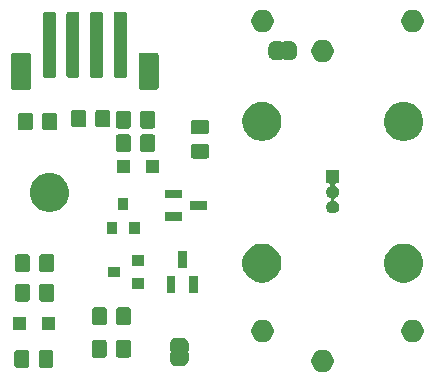
<source format=gbr>
G04 #@! TF.GenerationSoftware,KiCad,Pcbnew,(5.1.0)-1*
G04 #@! TF.CreationDate,2020-03-11T19:31:42+00:00*
G04 #@! TF.ProjectId,Line Generator,4c696e65-2047-4656-9e65-7261746f722e,rev?*
G04 #@! TF.SameCoordinates,Original*
G04 #@! TF.FileFunction,Soldermask,Top*
G04 #@! TF.FilePolarity,Negative*
%FSLAX46Y46*%
G04 Gerber Fmt 4.6, Leading zero omitted, Abs format (unit mm)*
G04 Created by KiCad (PCBNEW (5.1.0)-1) date 2020-03-11 19:31:42*
%MOMM*%
%LPD*%
G04 APERTURE LIST*
%ADD10C,0.100000*%
G04 APERTURE END LIST*
D10*
G36*
X229407395Y-98375546D02*
G01*
X229580466Y-98447234D01*
X229580467Y-98447235D01*
X229736227Y-98551310D01*
X229868690Y-98683773D01*
X229868691Y-98683775D01*
X229972766Y-98839534D01*
X230044454Y-99012605D01*
X230081000Y-99196333D01*
X230081000Y-99383667D01*
X230044454Y-99567395D01*
X229972766Y-99740466D01*
X229972765Y-99740467D01*
X229868690Y-99896227D01*
X229736227Y-100028690D01*
X229657818Y-100081081D01*
X229580466Y-100132766D01*
X229407395Y-100204454D01*
X229223667Y-100241000D01*
X229036333Y-100241000D01*
X228852605Y-100204454D01*
X228679534Y-100132766D01*
X228602182Y-100081081D01*
X228523773Y-100028690D01*
X228391310Y-99896227D01*
X228287235Y-99740467D01*
X228287234Y-99740466D01*
X228215546Y-99567395D01*
X228179000Y-99383667D01*
X228179000Y-99196333D01*
X228215546Y-99012605D01*
X228287234Y-98839534D01*
X228391309Y-98683775D01*
X228391310Y-98683773D01*
X228523773Y-98551310D01*
X228679533Y-98447235D01*
X228679534Y-98447234D01*
X228852605Y-98375546D01*
X229036333Y-98339000D01*
X229223667Y-98339000D01*
X229407395Y-98375546D01*
X229407395Y-98375546D01*
G37*
G36*
X206188674Y-98353465D02*
G01*
X206226367Y-98364899D01*
X206261103Y-98383466D01*
X206291548Y-98408452D01*
X206316534Y-98438897D01*
X206335101Y-98473633D01*
X206346535Y-98511326D01*
X206351000Y-98556661D01*
X206351000Y-99643339D01*
X206346535Y-99688674D01*
X206335101Y-99726367D01*
X206316534Y-99761103D01*
X206291548Y-99791548D01*
X206261103Y-99816534D01*
X206226367Y-99835101D01*
X206188674Y-99846535D01*
X206143339Y-99851000D01*
X205306661Y-99851000D01*
X205261326Y-99846535D01*
X205223633Y-99835101D01*
X205188897Y-99816534D01*
X205158452Y-99791548D01*
X205133466Y-99761103D01*
X205114899Y-99726367D01*
X205103465Y-99688674D01*
X205099000Y-99643339D01*
X205099000Y-98556661D01*
X205103465Y-98511326D01*
X205114899Y-98473633D01*
X205133466Y-98438897D01*
X205158452Y-98408452D01*
X205188897Y-98383466D01*
X205223633Y-98364899D01*
X205261326Y-98353465D01*
X205306661Y-98349000D01*
X206143339Y-98349000D01*
X206188674Y-98353465D01*
X206188674Y-98353465D01*
G37*
G36*
X204138674Y-98353465D02*
G01*
X204176367Y-98364899D01*
X204211103Y-98383466D01*
X204241548Y-98408452D01*
X204266534Y-98438897D01*
X204285101Y-98473633D01*
X204296535Y-98511326D01*
X204301000Y-98556661D01*
X204301000Y-99643339D01*
X204296535Y-99688674D01*
X204285101Y-99726367D01*
X204266534Y-99761103D01*
X204241548Y-99791548D01*
X204211103Y-99816534D01*
X204176367Y-99835101D01*
X204138674Y-99846535D01*
X204093339Y-99851000D01*
X203256661Y-99851000D01*
X203211326Y-99846535D01*
X203173633Y-99835101D01*
X203138897Y-99816534D01*
X203108452Y-99791548D01*
X203083466Y-99761103D01*
X203064899Y-99726367D01*
X203053465Y-99688674D01*
X203049000Y-99643339D01*
X203049000Y-98556661D01*
X203053465Y-98511326D01*
X203064899Y-98473633D01*
X203083466Y-98438897D01*
X203108452Y-98408452D01*
X203138897Y-98383466D01*
X203173633Y-98364899D01*
X203211326Y-98353465D01*
X203256661Y-98349000D01*
X204093339Y-98349000D01*
X204138674Y-98353465D01*
X204138674Y-98353465D01*
G37*
G36*
X217262199Y-97299954D02*
G01*
X217274450Y-97300556D01*
X217292869Y-97300556D01*
X217315149Y-97302750D01*
X217399233Y-97319476D01*
X217420660Y-97325976D01*
X217499858Y-97358780D01*
X217505303Y-97361691D01*
X217505309Y-97361693D01*
X217514169Y-97366429D01*
X217514173Y-97366432D01*
X217519614Y-97369340D01*
X217590899Y-97416971D01*
X217608204Y-97431172D01*
X217668828Y-97491796D01*
X217683029Y-97509101D01*
X217730660Y-97580386D01*
X217733568Y-97585827D01*
X217733571Y-97585831D01*
X217738307Y-97594691D01*
X217738309Y-97594697D01*
X217741220Y-97600142D01*
X217774024Y-97679340D01*
X217780524Y-97700767D01*
X217797250Y-97784851D01*
X217799444Y-97807131D01*
X217799444Y-97825550D01*
X217800046Y-97837801D01*
X217801852Y-97856139D01*
X217801852Y-98343860D01*
X217800263Y-98359999D01*
X217797348Y-98369608D01*
X217792610Y-98378472D01*
X217786237Y-98386237D01*
X217773794Y-98396448D01*
X217763425Y-98403378D01*
X217746098Y-98420705D01*
X217732485Y-98441080D01*
X217723109Y-98463720D01*
X217718329Y-98487753D01*
X217718330Y-98512257D01*
X217723112Y-98536290D01*
X217732490Y-98558929D01*
X217746105Y-98579302D01*
X217763432Y-98596629D01*
X217773802Y-98603558D01*
X217786237Y-98613763D01*
X217792610Y-98621528D01*
X217797348Y-98630392D01*
X217800263Y-98640001D01*
X217801852Y-98656140D01*
X217801852Y-99143862D01*
X217800046Y-99162199D01*
X217799444Y-99174450D01*
X217799444Y-99192869D01*
X217797250Y-99215149D01*
X217780524Y-99299233D01*
X217774024Y-99320660D01*
X217741220Y-99399858D01*
X217738309Y-99405303D01*
X217738307Y-99405309D01*
X217733571Y-99414169D01*
X217733568Y-99414173D01*
X217730660Y-99419614D01*
X217683029Y-99490899D01*
X217668828Y-99508204D01*
X217608204Y-99568828D01*
X217590899Y-99583029D01*
X217519614Y-99630660D01*
X217514173Y-99633568D01*
X217514169Y-99633571D01*
X217505309Y-99638307D01*
X217505303Y-99638309D01*
X217499858Y-99641220D01*
X217420660Y-99674024D01*
X217399233Y-99680524D01*
X217315149Y-99697250D01*
X217292869Y-99699444D01*
X217274450Y-99699444D01*
X217262199Y-99700046D01*
X217243862Y-99701852D01*
X216756138Y-99701852D01*
X216737801Y-99700046D01*
X216725550Y-99699444D01*
X216707131Y-99699444D01*
X216684851Y-99697250D01*
X216600767Y-99680524D01*
X216579340Y-99674024D01*
X216500142Y-99641220D01*
X216494697Y-99638309D01*
X216494691Y-99638307D01*
X216485831Y-99633571D01*
X216485827Y-99633568D01*
X216480386Y-99630660D01*
X216409101Y-99583029D01*
X216391796Y-99568828D01*
X216331172Y-99508204D01*
X216316971Y-99490899D01*
X216269340Y-99419614D01*
X216266432Y-99414173D01*
X216266429Y-99414169D01*
X216261693Y-99405309D01*
X216261691Y-99405303D01*
X216258780Y-99399858D01*
X216225976Y-99320660D01*
X216219476Y-99299233D01*
X216202750Y-99215149D01*
X216200556Y-99192869D01*
X216200556Y-99174450D01*
X216199954Y-99162199D01*
X216198148Y-99143862D01*
X216198148Y-98656140D01*
X216199737Y-98640001D01*
X216202652Y-98630392D01*
X216207390Y-98621528D01*
X216213763Y-98613763D01*
X216226206Y-98603552D01*
X216236575Y-98596622D01*
X216253902Y-98579295D01*
X216267515Y-98558920D01*
X216276891Y-98536280D01*
X216281671Y-98512247D01*
X216281670Y-98487743D01*
X216276888Y-98463710D01*
X216267510Y-98441071D01*
X216253895Y-98420698D01*
X216236568Y-98403371D01*
X216226198Y-98396442D01*
X216213763Y-98386237D01*
X216207390Y-98378472D01*
X216202652Y-98369608D01*
X216199737Y-98359999D01*
X216198148Y-98343860D01*
X216198148Y-97856139D01*
X216199954Y-97837801D01*
X216200556Y-97825550D01*
X216200556Y-97807131D01*
X216202750Y-97784851D01*
X216219476Y-97700767D01*
X216225976Y-97679340D01*
X216258780Y-97600142D01*
X216261691Y-97594697D01*
X216261693Y-97594691D01*
X216266429Y-97585831D01*
X216266432Y-97585827D01*
X216269340Y-97580386D01*
X216316971Y-97509101D01*
X216331172Y-97491796D01*
X216391796Y-97431172D01*
X216409101Y-97416971D01*
X216480386Y-97369340D01*
X216485827Y-97366432D01*
X216485831Y-97366429D01*
X216494691Y-97361693D01*
X216494697Y-97361691D01*
X216500142Y-97358780D01*
X216579340Y-97325976D01*
X216600767Y-97319476D01*
X216684851Y-97302750D01*
X216707131Y-97300556D01*
X216725550Y-97300556D01*
X216737801Y-97299954D01*
X216756139Y-97298148D01*
X217243861Y-97298148D01*
X217262199Y-97299954D01*
X217262199Y-97299954D01*
G37*
G36*
X210688674Y-97503465D02*
G01*
X210726367Y-97514899D01*
X210761103Y-97533466D01*
X210791548Y-97558452D01*
X210816534Y-97588897D01*
X210835101Y-97623633D01*
X210846535Y-97661326D01*
X210851000Y-97706661D01*
X210851000Y-98793339D01*
X210846535Y-98838674D01*
X210835101Y-98876367D01*
X210816534Y-98911103D01*
X210791548Y-98941548D01*
X210761103Y-98966534D01*
X210726367Y-98985101D01*
X210688674Y-98996535D01*
X210643339Y-99001000D01*
X209806661Y-99001000D01*
X209761326Y-98996535D01*
X209723633Y-98985101D01*
X209688897Y-98966534D01*
X209658452Y-98941548D01*
X209633466Y-98911103D01*
X209614899Y-98876367D01*
X209603465Y-98838674D01*
X209599000Y-98793339D01*
X209599000Y-97706661D01*
X209603465Y-97661326D01*
X209614899Y-97623633D01*
X209633466Y-97588897D01*
X209658452Y-97558452D01*
X209688897Y-97533466D01*
X209723633Y-97514899D01*
X209761326Y-97503465D01*
X209806661Y-97499000D01*
X210643339Y-97499000D01*
X210688674Y-97503465D01*
X210688674Y-97503465D01*
G37*
G36*
X212738674Y-97503465D02*
G01*
X212776367Y-97514899D01*
X212811103Y-97533466D01*
X212841548Y-97558452D01*
X212866534Y-97588897D01*
X212885101Y-97623633D01*
X212896535Y-97661326D01*
X212901000Y-97706661D01*
X212901000Y-98793339D01*
X212896535Y-98838674D01*
X212885101Y-98876367D01*
X212866534Y-98911103D01*
X212841548Y-98941548D01*
X212811103Y-98966534D01*
X212776367Y-98985101D01*
X212738674Y-98996535D01*
X212693339Y-99001000D01*
X211856661Y-99001000D01*
X211811326Y-98996535D01*
X211773633Y-98985101D01*
X211738897Y-98966534D01*
X211708452Y-98941548D01*
X211683466Y-98911103D01*
X211664899Y-98876367D01*
X211653465Y-98838674D01*
X211649000Y-98793339D01*
X211649000Y-97706661D01*
X211653465Y-97661326D01*
X211664899Y-97623633D01*
X211683466Y-97588897D01*
X211708452Y-97558452D01*
X211738897Y-97533466D01*
X211773633Y-97514899D01*
X211811326Y-97503465D01*
X211856661Y-97499000D01*
X212693339Y-97499000D01*
X212738674Y-97503465D01*
X212738674Y-97503465D01*
G37*
G36*
X237027395Y-95835546D02*
G01*
X237200466Y-95907234D01*
X237200467Y-95907235D01*
X237356227Y-96011310D01*
X237488690Y-96143773D01*
X237488691Y-96143775D01*
X237592766Y-96299534D01*
X237664454Y-96472605D01*
X237701000Y-96656333D01*
X237701000Y-96843667D01*
X237664454Y-97027395D01*
X237592766Y-97200466D01*
X237592765Y-97200467D01*
X237488690Y-97356227D01*
X237356227Y-97488690D01*
X237317002Y-97514899D01*
X237200466Y-97592766D01*
X237027395Y-97664454D01*
X236843667Y-97701000D01*
X236656333Y-97701000D01*
X236472605Y-97664454D01*
X236299534Y-97592766D01*
X236182998Y-97514899D01*
X236143773Y-97488690D01*
X236011310Y-97356227D01*
X235907235Y-97200467D01*
X235907234Y-97200466D01*
X235835546Y-97027395D01*
X235799000Y-96843667D01*
X235799000Y-96656333D01*
X235835546Y-96472605D01*
X235907234Y-96299534D01*
X236011309Y-96143775D01*
X236011310Y-96143773D01*
X236143773Y-96011310D01*
X236299533Y-95907235D01*
X236299534Y-95907234D01*
X236472605Y-95835546D01*
X236656333Y-95799000D01*
X236843667Y-95799000D01*
X237027395Y-95835546D01*
X237027395Y-95835546D01*
G37*
G36*
X224327395Y-95835546D02*
G01*
X224500466Y-95907234D01*
X224500467Y-95907235D01*
X224656227Y-96011310D01*
X224788690Y-96143773D01*
X224788691Y-96143775D01*
X224892766Y-96299534D01*
X224964454Y-96472605D01*
X225001000Y-96656333D01*
X225001000Y-96843667D01*
X224964454Y-97027395D01*
X224892766Y-97200466D01*
X224892765Y-97200467D01*
X224788690Y-97356227D01*
X224656227Y-97488690D01*
X224617002Y-97514899D01*
X224500466Y-97592766D01*
X224327395Y-97664454D01*
X224143667Y-97701000D01*
X223956333Y-97701000D01*
X223772605Y-97664454D01*
X223599534Y-97592766D01*
X223482998Y-97514899D01*
X223443773Y-97488690D01*
X223311310Y-97356227D01*
X223207235Y-97200467D01*
X223207234Y-97200466D01*
X223135546Y-97027395D01*
X223099000Y-96843667D01*
X223099000Y-96656333D01*
X223135546Y-96472605D01*
X223207234Y-96299534D01*
X223311309Y-96143775D01*
X223311310Y-96143773D01*
X223443773Y-96011310D01*
X223599533Y-95907235D01*
X223599534Y-95907234D01*
X223772605Y-95835546D01*
X223956333Y-95799000D01*
X224143667Y-95799000D01*
X224327395Y-95835546D01*
X224327395Y-95835546D01*
G37*
G36*
X204001000Y-96651000D02*
G01*
X202899000Y-96651000D01*
X202899000Y-95549000D01*
X204001000Y-95549000D01*
X204001000Y-96651000D01*
X204001000Y-96651000D01*
G37*
G36*
X206501000Y-96651000D02*
G01*
X205399000Y-96651000D01*
X205399000Y-95549000D01*
X206501000Y-95549000D01*
X206501000Y-96651000D01*
X206501000Y-96651000D01*
G37*
G36*
X210688674Y-94753465D02*
G01*
X210726367Y-94764899D01*
X210761103Y-94783466D01*
X210791548Y-94808452D01*
X210816534Y-94838897D01*
X210835101Y-94873633D01*
X210846535Y-94911326D01*
X210851000Y-94956661D01*
X210851000Y-96043339D01*
X210846535Y-96088674D01*
X210835101Y-96126367D01*
X210816534Y-96161103D01*
X210791548Y-96191548D01*
X210761103Y-96216534D01*
X210726367Y-96235101D01*
X210688674Y-96246535D01*
X210643339Y-96251000D01*
X209806661Y-96251000D01*
X209761326Y-96246535D01*
X209723633Y-96235101D01*
X209688897Y-96216534D01*
X209658452Y-96191548D01*
X209633466Y-96161103D01*
X209614899Y-96126367D01*
X209603465Y-96088674D01*
X209599000Y-96043339D01*
X209599000Y-94956661D01*
X209603465Y-94911326D01*
X209614899Y-94873633D01*
X209633466Y-94838897D01*
X209658452Y-94808452D01*
X209688897Y-94783466D01*
X209723633Y-94764899D01*
X209761326Y-94753465D01*
X209806661Y-94749000D01*
X210643339Y-94749000D01*
X210688674Y-94753465D01*
X210688674Y-94753465D01*
G37*
G36*
X212738674Y-94753465D02*
G01*
X212776367Y-94764899D01*
X212811103Y-94783466D01*
X212841548Y-94808452D01*
X212866534Y-94838897D01*
X212885101Y-94873633D01*
X212896535Y-94911326D01*
X212901000Y-94956661D01*
X212901000Y-96043339D01*
X212896535Y-96088674D01*
X212885101Y-96126367D01*
X212866534Y-96161103D01*
X212841548Y-96191548D01*
X212811103Y-96216534D01*
X212776367Y-96235101D01*
X212738674Y-96246535D01*
X212693339Y-96251000D01*
X211856661Y-96251000D01*
X211811326Y-96246535D01*
X211773633Y-96235101D01*
X211738897Y-96216534D01*
X211708452Y-96191548D01*
X211683466Y-96161103D01*
X211664899Y-96126367D01*
X211653465Y-96088674D01*
X211649000Y-96043339D01*
X211649000Y-94956661D01*
X211653465Y-94911326D01*
X211664899Y-94873633D01*
X211683466Y-94838897D01*
X211708452Y-94808452D01*
X211738897Y-94783466D01*
X211773633Y-94764899D01*
X211811326Y-94753465D01*
X211856661Y-94749000D01*
X212693339Y-94749000D01*
X212738674Y-94753465D01*
X212738674Y-94753465D01*
G37*
G36*
X204188674Y-92753465D02*
G01*
X204226367Y-92764899D01*
X204261103Y-92783466D01*
X204291548Y-92808452D01*
X204316534Y-92838897D01*
X204335101Y-92873633D01*
X204346535Y-92911326D01*
X204351000Y-92956661D01*
X204351000Y-94043339D01*
X204346535Y-94088674D01*
X204335101Y-94126367D01*
X204316534Y-94161103D01*
X204291548Y-94191548D01*
X204261103Y-94216534D01*
X204226367Y-94235101D01*
X204188674Y-94246535D01*
X204143339Y-94251000D01*
X203306661Y-94251000D01*
X203261326Y-94246535D01*
X203223633Y-94235101D01*
X203188897Y-94216534D01*
X203158452Y-94191548D01*
X203133466Y-94161103D01*
X203114899Y-94126367D01*
X203103465Y-94088674D01*
X203099000Y-94043339D01*
X203099000Y-92956661D01*
X203103465Y-92911326D01*
X203114899Y-92873633D01*
X203133466Y-92838897D01*
X203158452Y-92808452D01*
X203188897Y-92783466D01*
X203223633Y-92764899D01*
X203261326Y-92753465D01*
X203306661Y-92749000D01*
X204143339Y-92749000D01*
X204188674Y-92753465D01*
X204188674Y-92753465D01*
G37*
G36*
X206238674Y-92753465D02*
G01*
X206276367Y-92764899D01*
X206311103Y-92783466D01*
X206341548Y-92808452D01*
X206366534Y-92838897D01*
X206385101Y-92873633D01*
X206396535Y-92911326D01*
X206401000Y-92956661D01*
X206401000Y-94043339D01*
X206396535Y-94088674D01*
X206385101Y-94126367D01*
X206366534Y-94161103D01*
X206341548Y-94191548D01*
X206311103Y-94216534D01*
X206276367Y-94235101D01*
X206238674Y-94246535D01*
X206193339Y-94251000D01*
X205356661Y-94251000D01*
X205311326Y-94246535D01*
X205273633Y-94235101D01*
X205238897Y-94216534D01*
X205208452Y-94191548D01*
X205183466Y-94161103D01*
X205164899Y-94126367D01*
X205153465Y-94088674D01*
X205149000Y-94043339D01*
X205149000Y-92956661D01*
X205153465Y-92911326D01*
X205164899Y-92873633D01*
X205183466Y-92838897D01*
X205208452Y-92808452D01*
X205238897Y-92783466D01*
X205273633Y-92764899D01*
X205311326Y-92753465D01*
X205356661Y-92749000D01*
X206193339Y-92749000D01*
X206238674Y-92753465D01*
X206238674Y-92753465D01*
G37*
G36*
X218570000Y-93520000D02*
G01*
X217830000Y-93520000D01*
X217830000Y-92080000D01*
X218570000Y-92080000D01*
X218570000Y-93520000D01*
X218570000Y-93520000D01*
G37*
G36*
X216670000Y-93520000D02*
G01*
X215930000Y-93520000D01*
X215930000Y-92080000D01*
X216670000Y-92080000D01*
X216670000Y-93520000D01*
X216670000Y-93520000D01*
G37*
G36*
X214001000Y-93151000D02*
G01*
X212999000Y-93151000D01*
X212999000Y-92249000D01*
X214001000Y-92249000D01*
X214001000Y-93151000D01*
X214001000Y-93151000D01*
G37*
G36*
X236375256Y-89391298D02*
G01*
X236481579Y-89412447D01*
X236782042Y-89536903D01*
X237052451Y-89717585D01*
X237282415Y-89947549D01*
X237282416Y-89947551D01*
X237463098Y-90217960D01*
X237587553Y-90518422D01*
X237651000Y-90837389D01*
X237651000Y-91162611D01*
X237587553Y-91481578D01*
X237477805Y-91746535D01*
X237463097Y-91782042D01*
X237282415Y-92052451D01*
X237052451Y-92282415D01*
X236782042Y-92463097D01*
X236481579Y-92587553D01*
X236375256Y-92608702D01*
X236162611Y-92651000D01*
X235837389Y-92651000D01*
X235624744Y-92608702D01*
X235518421Y-92587553D01*
X235217958Y-92463097D01*
X234947549Y-92282415D01*
X234717585Y-92052451D01*
X234536903Y-91782042D01*
X234522196Y-91746535D01*
X234412447Y-91481578D01*
X234349000Y-91162611D01*
X234349000Y-90837389D01*
X234412447Y-90518422D01*
X234536902Y-90217960D01*
X234717584Y-89947551D01*
X234717585Y-89947549D01*
X234947549Y-89717585D01*
X235217958Y-89536903D01*
X235518421Y-89412447D01*
X235624744Y-89391298D01*
X235837389Y-89349000D01*
X236162611Y-89349000D01*
X236375256Y-89391298D01*
X236375256Y-89391298D01*
G37*
G36*
X224375256Y-89391298D02*
G01*
X224481579Y-89412447D01*
X224782042Y-89536903D01*
X225052451Y-89717585D01*
X225282415Y-89947549D01*
X225282416Y-89947551D01*
X225463098Y-90217960D01*
X225587553Y-90518422D01*
X225651000Y-90837389D01*
X225651000Y-91162611D01*
X225587553Y-91481578D01*
X225477805Y-91746535D01*
X225463097Y-91782042D01*
X225282415Y-92052451D01*
X225052451Y-92282415D01*
X224782042Y-92463097D01*
X224481579Y-92587553D01*
X224375256Y-92608702D01*
X224162611Y-92651000D01*
X223837389Y-92651000D01*
X223624744Y-92608702D01*
X223518421Y-92587553D01*
X223217958Y-92463097D01*
X222947549Y-92282415D01*
X222717585Y-92052451D01*
X222536903Y-91782042D01*
X222522196Y-91746535D01*
X222412447Y-91481578D01*
X222349000Y-91162611D01*
X222349000Y-90837389D01*
X222412447Y-90518422D01*
X222536902Y-90217960D01*
X222717584Y-89947551D01*
X222717585Y-89947549D01*
X222947549Y-89717585D01*
X223217958Y-89536903D01*
X223518421Y-89412447D01*
X223624744Y-89391298D01*
X223837389Y-89349000D01*
X224162611Y-89349000D01*
X224375256Y-89391298D01*
X224375256Y-89391298D01*
G37*
G36*
X212001000Y-92201000D02*
G01*
X210999000Y-92201000D01*
X210999000Y-91299000D01*
X212001000Y-91299000D01*
X212001000Y-92201000D01*
X212001000Y-92201000D01*
G37*
G36*
X204188674Y-90253465D02*
G01*
X204226367Y-90264899D01*
X204261103Y-90283466D01*
X204291548Y-90308452D01*
X204316534Y-90338897D01*
X204335101Y-90373633D01*
X204346535Y-90411326D01*
X204351000Y-90456661D01*
X204351000Y-91543339D01*
X204346535Y-91588674D01*
X204335101Y-91626367D01*
X204316534Y-91661103D01*
X204291548Y-91691548D01*
X204261103Y-91716534D01*
X204226367Y-91735101D01*
X204188674Y-91746535D01*
X204143339Y-91751000D01*
X203306661Y-91751000D01*
X203261326Y-91746535D01*
X203223633Y-91735101D01*
X203188897Y-91716534D01*
X203158452Y-91691548D01*
X203133466Y-91661103D01*
X203114899Y-91626367D01*
X203103465Y-91588674D01*
X203099000Y-91543339D01*
X203099000Y-90456661D01*
X203103465Y-90411326D01*
X203114899Y-90373633D01*
X203133466Y-90338897D01*
X203158452Y-90308452D01*
X203188897Y-90283466D01*
X203223633Y-90264899D01*
X203261326Y-90253465D01*
X203306661Y-90249000D01*
X204143339Y-90249000D01*
X204188674Y-90253465D01*
X204188674Y-90253465D01*
G37*
G36*
X206238674Y-90253465D02*
G01*
X206276367Y-90264899D01*
X206311103Y-90283466D01*
X206341548Y-90308452D01*
X206366534Y-90338897D01*
X206385101Y-90373633D01*
X206396535Y-90411326D01*
X206401000Y-90456661D01*
X206401000Y-91543339D01*
X206396535Y-91588674D01*
X206385101Y-91626367D01*
X206366534Y-91661103D01*
X206341548Y-91691548D01*
X206311103Y-91716534D01*
X206276367Y-91735101D01*
X206238674Y-91746535D01*
X206193339Y-91751000D01*
X205356661Y-91751000D01*
X205311326Y-91746535D01*
X205273633Y-91735101D01*
X205238897Y-91716534D01*
X205208452Y-91691548D01*
X205183466Y-91661103D01*
X205164899Y-91626367D01*
X205153465Y-91588674D01*
X205149000Y-91543339D01*
X205149000Y-90456661D01*
X205153465Y-90411326D01*
X205164899Y-90373633D01*
X205183466Y-90338897D01*
X205208452Y-90308452D01*
X205238897Y-90283466D01*
X205273633Y-90264899D01*
X205311326Y-90253465D01*
X205356661Y-90249000D01*
X206193339Y-90249000D01*
X206238674Y-90253465D01*
X206238674Y-90253465D01*
G37*
G36*
X217620000Y-91420000D02*
G01*
X216880000Y-91420000D01*
X216880000Y-89980000D01*
X217620000Y-89980000D01*
X217620000Y-91420000D01*
X217620000Y-91420000D01*
G37*
G36*
X214001000Y-91251000D02*
G01*
X212999000Y-91251000D01*
X212999000Y-90349000D01*
X214001000Y-90349000D01*
X214001000Y-91251000D01*
X214001000Y-91251000D01*
G37*
G36*
X213651000Y-88501000D02*
G01*
X212749000Y-88501000D01*
X212749000Y-87499000D01*
X213651000Y-87499000D01*
X213651000Y-88501000D01*
X213651000Y-88501000D01*
G37*
G36*
X211751000Y-88501000D02*
G01*
X210849000Y-88501000D01*
X210849000Y-87499000D01*
X211751000Y-87499000D01*
X211751000Y-88501000D01*
X211751000Y-88501000D01*
G37*
G36*
X217270000Y-87420000D02*
G01*
X215830000Y-87420000D01*
X215830000Y-86680000D01*
X217270000Y-86680000D01*
X217270000Y-87420000D01*
X217270000Y-87420000D01*
G37*
G36*
X230551000Y-84251000D02*
G01*
X230322735Y-84251000D01*
X230298349Y-84253402D01*
X230274900Y-84260515D01*
X230253289Y-84272066D01*
X230234347Y-84287611D01*
X230218802Y-84306553D01*
X230207251Y-84328164D01*
X230200138Y-84351613D01*
X230197736Y-84375999D01*
X230200138Y-84400385D01*
X230207251Y-84423834D01*
X230218802Y-84445445D01*
X230234347Y-84464387D01*
X230253289Y-84479932D01*
X230263802Y-84486233D01*
X230307600Y-84509644D01*
X230307602Y-84509645D01*
X230307601Y-84509645D01*
X230391501Y-84578499D01*
X230460357Y-84662400D01*
X230496995Y-84730945D01*
X230511521Y-84758121D01*
X230543027Y-84861985D01*
X230553666Y-84970000D01*
X230543027Y-85078015D01*
X230511521Y-85181879D01*
X230511519Y-85181882D01*
X230460357Y-85277600D01*
X230391501Y-85361501D01*
X230307600Y-85430357D01*
X230239055Y-85466995D01*
X230211879Y-85481521D01*
X230199131Y-85485388D01*
X230176504Y-85494760D01*
X230156130Y-85508374D01*
X230138803Y-85525701D01*
X230125189Y-85546075D01*
X230115812Y-85568714D01*
X230111031Y-85592747D01*
X230111031Y-85617251D01*
X230115811Y-85641285D01*
X230125188Y-85663924D01*
X230138802Y-85684298D01*
X230156129Y-85701625D01*
X230176503Y-85715239D01*
X230199131Y-85724612D01*
X230211879Y-85728479D01*
X230239055Y-85743005D01*
X230307600Y-85779643D01*
X230391501Y-85848499D01*
X230460357Y-85932400D01*
X230496995Y-86000945D01*
X230511521Y-86028121D01*
X230543027Y-86131985D01*
X230553666Y-86240000D01*
X230543027Y-86348015D01*
X230511521Y-86451879D01*
X230505524Y-86463098D01*
X230460357Y-86547600D01*
X230391501Y-86631501D01*
X230307600Y-86700357D01*
X230239055Y-86736995D01*
X230211879Y-86751521D01*
X230108015Y-86783027D01*
X230027067Y-86791000D01*
X229972933Y-86791000D01*
X229891985Y-86783027D01*
X229788121Y-86751521D01*
X229760945Y-86736995D01*
X229692400Y-86700357D01*
X229608499Y-86631501D01*
X229539643Y-86547600D01*
X229494476Y-86463098D01*
X229488479Y-86451879D01*
X229456973Y-86348015D01*
X229446334Y-86240000D01*
X229456973Y-86131985D01*
X229488479Y-86028121D01*
X229503005Y-86000945D01*
X229539643Y-85932400D01*
X229608499Y-85848499D01*
X229692400Y-85779643D01*
X229760945Y-85743005D01*
X229788121Y-85728479D01*
X229800869Y-85724612D01*
X229823496Y-85715240D01*
X229843870Y-85701626D01*
X229861197Y-85684299D01*
X229874811Y-85663925D01*
X229884188Y-85641286D01*
X229888969Y-85617253D01*
X229888969Y-85592749D01*
X229884189Y-85568715D01*
X229874812Y-85546076D01*
X229861198Y-85525702D01*
X229843871Y-85508375D01*
X229823497Y-85494761D01*
X229800869Y-85485388D01*
X229788121Y-85481521D01*
X229760945Y-85466995D01*
X229692400Y-85430357D01*
X229608499Y-85361501D01*
X229539643Y-85277600D01*
X229488481Y-85181882D01*
X229488479Y-85181879D01*
X229456973Y-85078015D01*
X229446334Y-84970000D01*
X229456973Y-84861985D01*
X229488479Y-84758121D01*
X229503005Y-84730945D01*
X229539643Y-84662400D01*
X229608499Y-84578499D01*
X229692399Y-84509645D01*
X229692398Y-84509645D01*
X229692400Y-84509644D01*
X229736193Y-84486236D01*
X229756563Y-84472625D01*
X229773890Y-84455298D01*
X229787504Y-84434924D01*
X229796881Y-84412285D01*
X229801662Y-84388252D01*
X229801662Y-84363748D01*
X229796882Y-84339714D01*
X229787505Y-84317076D01*
X229773891Y-84296701D01*
X229756564Y-84279374D01*
X229736190Y-84265760D01*
X229713551Y-84256383D01*
X229689518Y-84251602D01*
X229677265Y-84251000D01*
X229449000Y-84251000D01*
X229449000Y-83149000D01*
X230551000Y-83149000D01*
X230551000Y-84251000D01*
X230551000Y-84251000D01*
G37*
G36*
X206375256Y-83391298D02*
G01*
X206481579Y-83412447D01*
X206782042Y-83536903D01*
X207052451Y-83717585D01*
X207282415Y-83947549D01*
X207282416Y-83947551D01*
X207463098Y-84217960D01*
X207479013Y-84256383D01*
X207583918Y-84509645D01*
X207587553Y-84518422D01*
X207651000Y-84837389D01*
X207651000Y-85162611D01*
X207628127Y-85277600D01*
X207587553Y-85481579D01*
X207463097Y-85782042D01*
X207282415Y-86052451D01*
X207052451Y-86282415D01*
X206782042Y-86463097D01*
X206481579Y-86587553D01*
X206375256Y-86608702D01*
X206162611Y-86651000D01*
X205837389Y-86651000D01*
X205624744Y-86608702D01*
X205518421Y-86587553D01*
X205217958Y-86463097D01*
X204947549Y-86282415D01*
X204717585Y-86052451D01*
X204536903Y-85782042D01*
X204412447Y-85481579D01*
X204371873Y-85277600D01*
X204349000Y-85162611D01*
X204349000Y-84837389D01*
X204412447Y-84518422D01*
X204416083Y-84509645D01*
X204520987Y-84256383D01*
X204536902Y-84217960D01*
X204717584Y-83947551D01*
X204717585Y-83947549D01*
X204947549Y-83717585D01*
X205217958Y-83536903D01*
X205518421Y-83412447D01*
X205624744Y-83391298D01*
X205837389Y-83349000D01*
X206162611Y-83349000D01*
X206375256Y-83391298D01*
X206375256Y-83391298D01*
G37*
G36*
X212701000Y-86501000D02*
G01*
X211799000Y-86501000D01*
X211799000Y-85499000D01*
X212701000Y-85499000D01*
X212701000Y-86501000D01*
X212701000Y-86501000D01*
G37*
G36*
X219370000Y-86470000D02*
G01*
X217930000Y-86470000D01*
X217930000Y-85730000D01*
X219370000Y-85730000D01*
X219370000Y-86470000D01*
X219370000Y-86470000D01*
G37*
G36*
X217270000Y-85520000D02*
G01*
X215830000Y-85520000D01*
X215830000Y-84780000D01*
X217270000Y-84780000D01*
X217270000Y-85520000D01*
X217270000Y-85520000D01*
G37*
G36*
X215301000Y-83401000D02*
G01*
X214199000Y-83401000D01*
X214199000Y-82299000D01*
X215301000Y-82299000D01*
X215301000Y-83401000D01*
X215301000Y-83401000D01*
G37*
G36*
X212801000Y-83401000D02*
G01*
X211699000Y-83401000D01*
X211699000Y-82299000D01*
X212801000Y-82299000D01*
X212801000Y-83401000D01*
X212801000Y-83401000D01*
G37*
G36*
X219338674Y-80903465D02*
G01*
X219376367Y-80914899D01*
X219411103Y-80933466D01*
X219441548Y-80958452D01*
X219466534Y-80988897D01*
X219485101Y-81023633D01*
X219496535Y-81061326D01*
X219501000Y-81106661D01*
X219501000Y-81943339D01*
X219496535Y-81988674D01*
X219485101Y-82026367D01*
X219466534Y-82061103D01*
X219441548Y-82091548D01*
X219411103Y-82116534D01*
X219376367Y-82135101D01*
X219338674Y-82146535D01*
X219293339Y-82151000D01*
X218206661Y-82151000D01*
X218161326Y-82146535D01*
X218123633Y-82135101D01*
X218088897Y-82116534D01*
X218058452Y-82091548D01*
X218033466Y-82061103D01*
X218014899Y-82026367D01*
X218003465Y-81988674D01*
X217999000Y-81943339D01*
X217999000Y-81106661D01*
X218003465Y-81061326D01*
X218014899Y-81023633D01*
X218033466Y-80988897D01*
X218058452Y-80958452D01*
X218088897Y-80933466D01*
X218123633Y-80914899D01*
X218161326Y-80903465D01*
X218206661Y-80899000D01*
X219293339Y-80899000D01*
X219338674Y-80903465D01*
X219338674Y-80903465D01*
G37*
G36*
X214788674Y-80103465D02*
G01*
X214826367Y-80114899D01*
X214861103Y-80133466D01*
X214891548Y-80158452D01*
X214916534Y-80188897D01*
X214935101Y-80223633D01*
X214946535Y-80261326D01*
X214951000Y-80306661D01*
X214951000Y-81393339D01*
X214946535Y-81438674D01*
X214935101Y-81476367D01*
X214916534Y-81511103D01*
X214891548Y-81541548D01*
X214861103Y-81566534D01*
X214826367Y-81585101D01*
X214788674Y-81596535D01*
X214743339Y-81601000D01*
X213906661Y-81601000D01*
X213861326Y-81596535D01*
X213823633Y-81585101D01*
X213788897Y-81566534D01*
X213758452Y-81541548D01*
X213733466Y-81511103D01*
X213714899Y-81476367D01*
X213703465Y-81438674D01*
X213699000Y-81393339D01*
X213699000Y-80306661D01*
X213703465Y-80261326D01*
X213714899Y-80223633D01*
X213733466Y-80188897D01*
X213758452Y-80158452D01*
X213788897Y-80133466D01*
X213823633Y-80114899D01*
X213861326Y-80103465D01*
X213906661Y-80099000D01*
X214743339Y-80099000D01*
X214788674Y-80103465D01*
X214788674Y-80103465D01*
G37*
G36*
X212738674Y-80103465D02*
G01*
X212776367Y-80114899D01*
X212811103Y-80133466D01*
X212841548Y-80158452D01*
X212866534Y-80188897D01*
X212885101Y-80223633D01*
X212896535Y-80261326D01*
X212901000Y-80306661D01*
X212901000Y-81393339D01*
X212896535Y-81438674D01*
X212885101Y-81476367D01*
X212866534Y-81511103D01*
X212841548Y-81541548D01*
X212811103Y-81566534D01*
X212776367Y-81585101D01*
X212738674Y-81596535D01*
X212693339Y-81601000D01*
X211856661Y-81601000D01*
X211811326Y-81596535D01*
X211773633Y-81585101D01*
X211738897Y-81566534D01*
X211708452Y-81541548D01*
X211683466Y-81511103D01*
X211664899Y-81476367D01*
X211653465Y-81438674D01*
X211649000Y-81393339D01*
X211649000Y-80306661D01*
X211653465Y-80261326D01*
X211664899Y-80223633D01*
X211683466Y-80188897D01*
X211708452Y-80158452D01*
X211738897Y-80133466D01*
X211773633Y-80114899D01*
X211811326Y-80103465D01*
X211856661Y-80099000D01*
X212693339Y-80099000D01*
X212738674Y-80103465D01*
X212738674Y-80103465D01*
G37*
G36*
X224375256Y-77391298D02*
G01*
X224481579Y-77412447D01*
X224782042Y-77536903D01*
X225052451Y-77717585D01*
X225282415Y-77947549D01*
X225463097Y-78217958D01*
X225463098Y-78217960D01*
X225587553Y-78518422D01*
X225651000Y-78837389D01*
X225651000Y-79162611D01*
X225627267Y-79281925D01*
X225587553Y-79481579D01*
X225538087Y-79601000D01*
X225477805Y-79746535D01*
X225463097Y-79782042D01*
X225282415Y-80052451D01*
X225052451Y-80282415D01*
X224782042Y-80463097D01*
X224481579Y-80587553D01*
X224375256Y-80608702D01*
X224162611Y-80651000D01*
X223837389Y-80651000D01*
X223624744Y-80608702D01*
X223518421Y-80587553D01*
X223217958Y-80463097D01*
X222947549Y-80282415D01*
X222717585Y-80052451D01*
X222536903Y-79782042D01*
X222522196Y-79746535D01*
X222461913Y-79601000D01*
X222412447Y-79481579D01*
X222372733Y-79281925D01*
X222349000Y-79162611D01*
X222349000Y-78837389D01*
X222412447Y-78518422D01*
X222536902Y-78217960D01*
X222536903Y-78217958D01*
X222717585Y-77947549D01*
X222947549Y-77717585D01*
X223217958Y-77536903D01*
X223518421Y-77412447D01*
X223624744Y-77391298D01*
X223837389Y-77349000D01*
X224162611Y-77349000D01*
X224375256Y-77391298D01*
X224375256Y-77391298D01*
G37*
G36*
X236375256Y-77391298D02*
G01*
X236481579Y-77412447D01*
X236782042Y-77536903D01*
X237052451Y-77717585D01*
X237282415Y-77947549D01*
X237463097Y-78217958D01*
X237463098Y-78217960D01*
X237587553Y-78518422D01*
X237651000Y-78837389D01*
X237651000Y-79162611D01*
X237627267Y-79281925D01*
X237587553Y-79481579D01*
X237538087Y-79601000D01*
X237477805Y-79746535D01*
X237463097Y-79782042D01*
X237282415Y-80052451D01*
X237052451Y-80282415D01*
X236782042Y-80463097D01*
X236481579Y-80587553D01*
X236375256Y-80608702D01*
X236162611Y-80651000D01*
X235837389Y-80651000D01*
X235624744Y-80608702D01*
X235518421Y-80587553D01*
X235217958Y-80463097D01*
X234947549Y-80282415D01*
X234717585Y-80052451D01*
X234536903Y-79782042D01*
X234522196Y-79746535D01*
X234461913Y-79601000D01*
X234412447Y-79481579D01*
X234372733Y-79281925D01*
X234349000Y-79162611D01*
X234349000Y-78837389D01*
X234412447Y-78518422D01*
X234536902Y-78217960D01*
X234536903Y-78217958D01*
X234717585Y-77947549D01*
X234947549Y-77717585D01*
X235217958Y-77536903D01*
X235518421Y-77412447D01*
X235624744Y-77391298D01*
X235837389Y-77349000D01*
X236162611Y-77349000D01*
X236375256Y-77391298D01*
X236375256Y-77391298D01*
G37*
G36*
X219338674Y-78853465D02*
G01*
X219376367Y-78864899D01*
X219411103Y-78883466D01*
X219441548Y-78908452D01*
X219466534Y-78938897D01*
X219485101Y-78973633D01*
X219496535Y-79011326D01*
X219501000Y-79056661D01*
X219501000Y-79893339D01*
X219496535Y-79938674D01*
X219485101Y-79976367D01*
X219466534Y-80011103D01*
X219441548Y-80041548D01*
X219411103Y-80066534D01*
X219376367Y-80085101D01*
X219338674Y-80096535D01*
X219293339Y-80101000D01*
X218206661Y-80101000D01*
X218161326Y-80096535D01*
X218123633Y-80085101D01*
X218088897Y-80066534D01*
X218058452Y-80041548D01*
X218033466Y-80011103D01*
X218014899Y-79976367D01*
X218003465Y-79938674D01*
X217999000Y-79893339D01*
X217999000Y-79056661D01*
X218003465Y-79011326D01*
X218014899Y-78973633D01*
X218033466Y-78938897D01*
X218058452Y-78908452D01*
X218088897Y-78883466D01*
X218123633Y-78864899D01*
X218161326Y-78853465D01*
X218206661Y-78849000D01*
X219293339Y-78849000D01*
X219338674Y-78853465D01*
X219338674Y-78853465D01*
G37*
G36*
X206488674Y-78253465D02*
G01*
X206526367Y-78264899D01*
X206561103Y-78283466D01*
X206591548Y-78308452D01*
X206616534Y-78338897D01*
X206635101Y-78373633D01*
X206646535Y-78411326D01*
X206651000Y-78456661D01*
X206651000Y-79543339D01*
X206646535Y-79588674D01*
X206635101Y-79626367D01*
X206616534Y-79661103D01*
X206591548Y-79691548D01*
X206561103Y-79716534D01*
X206526367Y-79735101D01*
X206488674Y-79746535D01*
X206443339Y-79751000D01*
X205606661Y-79751000D01*
X205561326Y-79746535D01*
X205523633Y-79735101D01*
X205488897Y-79716534D01*
X205458452Y-79691548D01*
X205433466Y-79661103D01*
X205414899Y-79626367D01*
X205403465Y-79588674D01*
X205399000Y-79543339D01*
X205399000Y-78456661D01*
X205403465Y-78411326D01*
X205414899Y-78373633D01*
X205433466Y-78338897D01*
X205458452Y-78308452D01*
X205488897Y-78283466D01*
X205523633Y-78264899D01*
X205561326Y-78253465D01*
X205606661Y-78249000D01*
X206443339Y-78249000D01*
X206488674Y-78253465D01*
X206488674Y-78253465D01*
G37*
G36*
X204438674Y-78253465D02*
G01*
X204476367Y-78264899D01*
X204511103Y-78283466D01*
X204541548Y-78308452D01*
X204566534Y-78338897D01*
X204585101Y-78373633D01*
X204596535Y-78411326D01*
X204601000Y-78456661D01*
X204601000Y-79543339D01*
X204596535Y-79588674D01*
X204585101Y-79626367D01*
X204566534Y-79661103D01*
X204541548Y-79691548D01*
X204511103Y-79716534D01*
X204476367Y-79735101D01*
X204438674Y-79746535D01*
X204393339Y-79751000D01*
X203556661Y-79751000D01*
X203511326Y-79746535D01*
X203473633Y-79735101D01*
X203438897Y-79716534D01*
X203408452Y-79691548D01*
X203383466Y-79661103D01*
X203364899Y-79626367D01*
X203353465Y-79588674D01*
X203349000Y-79543339D01*
X203349000Y-78456661D01*
X203353465Y-78411326D01*
X203364899Y-78373633D01*
X203383466Y-78338897D01*
X203408452Y-78308452D01*
X203438897Y-78283466D01*
X203473633Y-78264899D01*
X203511326Y-78253465D01*
X203556661Y-78249000D01*
X204393339Y-78249000D01*
X204438674Y-78253465D01*
X204438674Y-78253465D01*
G37*
G36*
X214788674Y-78103465D02*
G01*
X214826367Y-78114899D01*
X214861103Y-78133466D01*
X214891548Y-78158452D01*
X214916534Y-78188897D01*
X214935101Y-78223633D01*
X214946535Y-78261326D01*
X214951000Y-78306661D01*
X214951000Y-79393339D01*
X214946535Y-79438674D01*
X214935101Y-79476367D01*
X214916534Y-79511103D01*
X214891548Y-79541548D01*
X214861103Y-79566534D01*
X214826367Y-79585101D01*
X214788674Y-79596535D01*
X214743339Y-79601000D01*
X213906661Y-79601000D01*
X213861326Y-79596535D01*
X213823633Y-79585101D01*
X213788897Y-79566534D01*
X213758452Y-79541548D01*
X213733466Y-79511103D01*
X213714899Y-79476367D01*
X213703465Y-79438674D01*
X213699000Y-79393339D01*
X213699000Y-78306661D01*
X213703465Y-78261326D01*
X213714899Y-78223633D01*
X213733466Y-78188897D01*
X213758452Y-78158452D01*
X213788897Y-78133466D01*
X213823633Y-78114899D01*
X213861326Y-78103465D01*
X213906661Y-78099000D01*
X214743339Y-78099000D01*
X214788674Y-78103465D01*
X214788674Y-78103465D01*
G37*
G36*
X212738674Y-78103465D02*
G01*
X212776367Y-78114899D01*
X212811103Y-78133466D01*
X212841548Y-78158452D01*
X212866534Y-78188897D01*
X212885101Y-78223633D01*
X212896535Y-78261326D01*
X212901000Y-78306661D01*
X212901000Y-79393339D01*
X212896535Y-79438674D01*
X212885101Y-79476367D01*
X212866534Y-79511103D01*
X212841548Y-79541548D01*
X212811103Y-79566534D01*
X212776367Y-79585101D01*
X212738674Y-79596535D01*
X212693339Y-79601000D01*
X211856661Y-79601000D01*
X211811326Y-79596535D01*
X211773633Y-79585101D01*
X211738897Y-79566534D01*
X211708452Y-79541548D01*
X211683466Y-79511103D01*
X211664899Y-79476367D01*
X211653465Y-79438674D01*
X211649000Y-79393339D01*
X211649000Y-78306661D01*
X211653465Y-78261326D01*
X211664899Y-78223633D01*
X211683466Y-78188897D01*
X211708452Y-78158452D01*
X211738897Y-78133466D01*
X211773633Y-78114899D01*
X211811326Y-78103465D01*
X211856661Y-78099000D01*
X212693339Y-78099000D01*
X212738674Y-78103465D01*
X212738674Y-78103465D01*
G37*
G36*
X208938674Y-78003465D02*
G01*
X208976367Y-78014899D01*
X209011103Y-78033466D01*
X209041548Y-78058452D01*
X209066534Y-78088897D01*
X209085101Y-78123633D01*
X209096535Y-78161326D01*
X209101000Y-78206661D01*
X209101000Y-79293339D01*
X209096535Y-79338674D01*
X209085101Y-79376367D01*
X209066534Y-79411103D01*
X209041548Y-79441548D01*
X209011103Y-79466534D01*
X208976367Y-79485101D01*
X208938674Y-79496535D01*
X208893339Y-79501000D01*
X208056661Y-79501000D01*
X208011326Y-79496535D01*
X207973633Y-79485101D01*
X207938897Y-79466534D01*
X207908452Y-79441548D01*
X207883466Y-79411103D01*
X207864899Y-79376367D01*
X207853465Y-79338674D01*
X207849000Y-79293339D01*
X207849000Y-78206661D01*
X207853465Y-78161326D01*
X207864899Y-78123633D01*
X207883466Y-78088897D01*
X207908452Y-78058452D01*
X207938897Y-78033466D01*
X207973633Y-78014899D01*
X208011326Y-78003465D01*
X208056661Y-77999000D01*
X208893339Y-77999000D01*
X208938674Y-78003465D01*
X208938674Y-78003465D01*
G37*
G36*
X210988674Y-78003465D02*
G01*
X211026367Y-78014899D01*
X211061103Y-78033466D01*
X211091548Y-78058452D01*
X211116534Y-78088897D01*
X211135101Y-78123633D01*
X211146535Y-78161326D01*
X211151000Y-78206661D01*
X211151000Y-79293339D01*
X211146535Y-79338674D01*
X211135101Y-79376367D01*
X211116534Y-79411103D01*
X211091548Y-79441548D01*
X211061103Y-79466534D01*
X211026367Y-79485101D01*
X210988674Y-79496535D01*
X210943339Y-79501000D01*
X210106661Y-79501000D01*
X210061326Y-79496535D01*
X210023633Y-79485101D01*
X209988897Y-79466534D01*
X209958452Y-79441548D01*
X209933466Y-79411103D01*
X209914899Y-79376367D01*
X209903465Y-79338674D01*
X209899000Y-79293339D01*
X209899000Y-78206661D01*
X209903465Y-78161326D01*
X209914899Y-78123633D01*
X209933466Y-78088897D01*
X209958452Y-78058452D01*
X209988897Y-78033466D01*
X210023633Y-78014899D01*
X210061326Y-78003465D01*
X210106661Y-77999000D01*
X210943339Y-77999000D01*
X210988674Y-78003465D01*
X210988674Y-78003465D01*
G37*
G36*
X204305997Y-73203051D02*
G01*
X204339652Y-73213261D01*
X204370665Y-73229838D01*
X204397851Y-73252149D01*
X204420162Y-73279335D01*
X204436739Y-73310348D01*
X204446949Y-73344003D01*
X204451000Y-73385138D01*
X204451000Y-76114862D01*
X204446949Y-76155997D01*
X204436739Y-76189652D01*
X204420162Y-76220665D01*
X204397851Y-76247851D01*
X204370665Y-76270162D01*
X204339652Y-76286739D01*
X204305997Y-76296949D01*
X204264862Y-76301000D01*
X202935138Y-76301000D01*
X202894003Y-76296949D01*
X202860348Y-76286739D01*
X202829335Y-76270162D01*
X202802149Y-76247851D01*
X202779838Y-76220665D01*
X202763261Y-76189652D01*
X202753051Y-76155997D01*
X202749000Y-76114862D01*
X202749000Y-73385138D01*
X202753051Y-73344003D01*
X202763261Y-73310348D01*
X202779838Y-73279335D01*
X202802149Y-73252149D01*
X202829335Y-73229838D01*
X202860348Y-73213261D01*
X202894003Y-73203051D01*
X202935138Y-73199000D01*
X204264862Y-73199000D01*
X204305997Y-73203051D01*
X204305997Y-73203051D01*
G37*
G36*
X215105997Y-73203051D02*
G01*
X215139652Y-73213261D01*
X215170665Y-73229838D01*
X215197851Y-73252149D01*
X215220162Y-73279335D01*
X215236739Y-73310348D01*
X215246949Y-73344003D01*
X215251000Y-73385138D01*
X215251000Y-76114862D01*
X215246949Y-76155997D01*
X215236739Y-76189652D01*
X215220162Y-76220665D01*
X215197851Y-76247851D01*
X215170665Y-76270162D01*
X215139652Y-76286739D01*
X215105997Y-76296949D01*
X215064862Y-76301000D01*
X213735138Y-76301000D01*
X213694003Y-76296949D01*
X213660348Y-76286739D01*
X213629335Y-76270162D01*
X213602149Y-76247851D01*
X213579838Y-76220665D01*
X213563261Y-76189652D01*
X213553051Y-76155997D01*
X213549000Y-76114862D01*
X213549000Y-73385138D01*
X213553051Y-73344003D01*
X213563261Y-73310348D01*
X213579838Y-73279335D01*
X213602149Y-73252149D01*
X213629335Y-73229838D01*
X213660348Y-73213261D01*
X213694003Y-73203051D01*
X213735138Y-73199000D01*
X215064862Y-73199000D01*
X215105997Y-73203051D01*
X215105997Y-73203051D01*
G37*
G36*
X212379434Y-69703686D02*
G01*
X212419284Y-69715774D01*
X212455999Y-69735399D01*
X212488186Y-69761814D01*
X212514601Y-69794001D01*
X212534226Y-69830716D01*
X212546314Y-69870566D01*
X212551000Y-69918141D01*
X212551000Y-75081859D01*
X212546314Y-75129434D01*
X212534226Y-75169284D01*
X212514601Y-75205999D01*
X212488186Y-75238186D01*
X212455999Y-75264601D01*
X212419284Y-75284226D01*
X212379434Y-75296314D01*
X212331859Y-75301000D01*
X211668141Y-75301000D01*
X211620566Y-75296314D01*
X211580716Y-75284226D01*
X211544001Y-75264601D01*
X211511814Y-75238186D01*
X211485399Y-75205999D01*
X211465774Y-75169284D01*
X211453686Y-75129434D01*
X211449000Y-75081859D01*
X211449000Y-69918141D01*
X211453686Y-69870566D01*
X211465774Y-69830716D01*
X211485399Y-69794001D01*
X211511814Y-69761814D01*
X211544001Y-69735399D01*
X211580716Y-69715774D01*
X211620566Y-69703686D01*
X211668141Y-69699000D01*
X212331859Y-69699000D01*
X212379434Y-69703686D01*
X212379434Y-69703686D01*
G37*
G36*
X210379434Y-69703686D02*
G01*
X210419284Y-69715774D01*
X210455999Y-69735399D01*
X210488186Y-69761814D01*
X210514601Y-69794001D01*
X210534226Y-69830716D01*
X210546314Y-69870566D01*
X210551000Y-69918141D01*
X210551000Y-75081859D01*
X210546314Y-75129434D01*
X210534226Y-75169284D01*
X210514601Y-75205999D01*
X210488186Y-75238186D01*
X210455999Y-75264601D01*
X210419284Y-75284226D01*
X210379434Y-75296314D01*
X210331859Y-75301000D01*
X209668141Y-75301000D01*
X209620566Y-75296314D01*
X209580716Y-75284226D01*
X209544001Y-75264601D01*
X209511814Y-75238186D01*
X209485399Y-75205999D01*
X209465774Y-75169284D01*
X209453686Y-75129434D01*
X209449000Y-75081859D01*
X209449000Y-69918141D01*
X209453686Y-69870566D01*
X209465774Y-69830716D01*
X209485399Y-69794001D01*
X209511814Y-69761814D01*
X209544001Y-69735399D01*
X209580716Y-69715774D01*
X209620566Y-69703686D01*
X209668141Y-69699000D01*
X210331859Y-69699000D01*
X210379434Y-69703686D01*
X210379434Y-69703686D01*
G37*
G36*
X208379434Y-69703686D02*
G01*
X208419284Y-69715774D01*
X208455999Y-69735399D01*
X208488186Y-69761814D01*
X208514601Y-69794001D01*
X208534226Y-69830716D01*
X208546314Y-69870566D01*
X208551000Y-69918141D01*
X208551000Y-75081859D01*
X208546314Y-75129434D01*
X208534226Y-75169284D01*
X208514601Y-75205999D01*
X208488186Y-75238186D01*
X208455999Y-75264601D01*
X208419284Y-75284226D01*
X208379434Y-75296314D01*
X208331859Y-75301000D01*
X207668141Y-75301000D01*
X207620566Y-75296314D01*
X207580716Y-75284226D01*
X207544001Y-75264601D01*
X207511814Y-75238186D01*
X207485399Y-75205999D01*
X207465774Y-75169284D01*
X207453686Y-75129434D01*
X207449000Y-75081859D01*
X207449000Y-69918141D01*
X207453686Y-69870566D01*
X207465774Y-69830716D01*
X207485399Y-69794001D01*
X207511814Y-69761814D01*
X207544001Y-69735399D01*
X207580716Y-69715774D01*
X207620566Y-69703686D01*
X207668141Y-69699000D01*
X208331859Y-69699000D01*
X208379434Y-69703686D01*
X208379434Y-69703686D01*
G37*
G36*
X206379434Y-69703686D02*
G01*
X206419284Y-69715774D01*
X206455999Y-69735399D01*
X206488186Y-69761814D01*
X206514601Y-69794001D01*
X206534226Y-69830716D01*
X206546314Y-69870566D01*
X206551000Y-69918141D01*
X206551000Y-75081859D01*
X206546314Y-75129434D01*
X206534226Y-75169284D01*
X206514601Y-75205999D01*
X206488186Y-75238186D01*
X206455999Y-75264601D01*
X206419284Y-75284226D01*
X206379434Y-75296314D01*
X206331859Y-75301000D01*
X205668141Y-75301000D01*
X205620566Y-75296314D01*
X205580716Y-75284226D01*
X205544001Y-75264601D01*
X205511814Y-75238186D01*
X205485399Y-75205999D01*
X205465774Y-75169284D01*
X205453686Y-75129434D01*
X205449000Y-75081859D01*
X205449000Y-69918141D01*
X205453686Y-69870566D01*
X205465774Y-69830716D01*
X205485399Y-69794001D01*
X205511814Y-69761814D01*
X205544001Y-69735399D01*
X205580716Y-69715774D01*
X205620566Y-69703686D01*
X205668141Y-69699000D01*
X206331859Y-69699000D01*
X206379434Y-69703686D01*
X206379434Y-69703686D01*
G37*
G36*
X229407395Y-72125546D02*
G01*
X229580466Y-72197234D01*
X229630086Y-72230389D01*
X229736227Y-72301310D01*
X229868690Y-72433773D01*
X229868691Y-72433775D01*
X229972766Y-72589534D01*
X230044454Y-72762605D01*
X230081000Y-72946333D01*
X230081000Y-73133667D01*
X230044454Y-73317395D01*
X229972766Y-73490466D01*
X229972765Y-73490467D01*
X229868690Y-73646227D01*
X229736227Y-73778690D01*
X229702468Y-73801247D01*
X229580466Y-73882766D01*
X229407395Y-73954454D01*
X229223667Y-73991000D01*
X229036333Y-73991000D01*
X228852605Y-73954454D01*
X228679534Y-73882766D01*
X228557532Y-73801247D01*
X228523773Y-73778690D01*
X228391310Y-73646227D01*
X228287235Y-73490467D01*
X228287234Y-73490466D01*
X228215546Y-73317395D01*
X228179000Y-73133667D01*
X228179000Y-72946333D01*
X228215546Y-72762605D01*
X228287234Y-72589534D01*
X228391309Y-72433775D01*
X228391310Y-72433773D01*
X228523773Y-72301310D01*
X228629914Y-72230389D01*
X228679534Y-72197234D01*
X228852605Y-72125546D01*
X229036333Y-72089000D01*
X229223667Y-72089000D01*
X229407395Y-72125546D01*
X229407395Y-72125546D01*
G37*
G36*
X225609999Y-72199737D02*
G01*
X225619608Y-72202652D01*
X225628472Y-72207390D01*
X225636237Y-72213763D01*
X225646448Y-72226206D01*
X225653378Y-72236575D01*
X225670705Y-72253902D01*
X225691080Y-72267515D01*
X225713720Y-72276891D01*
X225737753Y-72281671D01*
X225762257Y-72281670D01*
X225786290Y-72276888D01*
X225808929Y-72267510D01*
X225829302Y-72253895D01*
X225846629Y-72236568D01*
X225853558Y-72226198D01*
X225863763Y-72213763D01*
X225871528Y-72207390D01*
X225880392Y-72202652D01*
X225890001Y-72199737D01*
X225906140Y-72198148D01*
X226393861Y-72198148D01*
X226412199Y-72199954D01*
X226424450Y-72200556D01*
X226442869Y-72200556D01*
X226465149Y-72202750D01*
X226549233Y-72219476D01*
X226570660Y-72225976D01*
X226649858Y-72258780D01*
X226655303Y-72261691D01*
X226655309Y-72261693D01*
X226664169Y-72266429D01*
X226664173Y-72266432D01*
X226669614Y-72269340D01*
X226740899Y-72316971D01*
X226758204Y-72331172D01*
X226818828Y-72391796D01*
X226833029Y-72409101D01*
X226880660Y-72480386D01*
X226883568Y-72485827D01*
X226883571Y-72485831D01*
X226888307Y-72494691D01*
X226888309Y-72494697D01*
X226891220Y-72500142D01*
X226924024Y-72579340D01*
X226930524Y-72600767D01*
X226947250Y-72684851D01*
X226949444Y-72707131D01*
X226949444Y-72725550D01*
X226950046Y-72737801D01*
X226951852Y-72756139D01*
X226951852Y-73243862D01*
X226950046Y-73262199D01*
X226949444Y-73274450D01*
X226949444Y-73292869D01*
X226947250Y-73315149D01*
X226930524Y-73399233D01*
X226924024Y-73420660D01*
X226891220Y-73499858D01*
X226888309Y-73505303D01*
X226888307Y-73505309D01*
X226883571Y-73514169D01*
X226883568Y-73514173D01*
X226880660Y-73519614D01*
X226833029Y-73590899D01*
X226818828Y-73608204D01*
X226758204Y-73668828D01*
X226740899Y-73683029D01*
X226669614Y-73730660D01*
X226664173Y-73733568D01*
X226664169Y-73733571D01*
X226655309Y-73738307D01*
X226655303Y-73738309D01*
X226649858Y-73741220D01*
X226570660Y-73774024D01*
X226549233Y-73780524D01*
X226465149Y-73797250D01*
X226442869Y-73799444D01*
X226424450Y-73799444D01*
X226412199Y-73800046D01*
X226393862Y-73801852D01*
X225906140Y-73801852D01*
X225890001Y-73800263D01*
X225880392Y-73797348D01*
X225871528Y-73792610D01*
X225863763Y-73786237D01*
X225853552Y-73773794D01*
X225846622Y-73763425D01*
X225829295Y-73746098D01*
X225808920Y-73732485D01*
X225786280Y-73723109D01*
X225762247Y-73718329D01*
X225737743Y-73718330D01*
X225713710Y-73723112D01*
X225691071Y-73732490D01*
X225670698Y-73746105D01*
X225653371Y-73763432D01*
X225646442Y-73773802D01*
X225636237Y-73786237D01*
X225628472Y-73792610D01*
X225619608Y-73797348D01*
X225609999Y-73800263D01*
X225593860Y-73801852D01*
X225106138Y-73801852D01*
X225087801Y-73800046D01*
X225075550Y-73799444D01*
X225057131Y-73799444D01*
X225034851Y-73797250D01*
X224950767Y-73780524D01*
X224929340Y-73774024D01*
X224850142Y-73741220D01*
X224844697Y-73738309D01*
X224844691Y-73738307D01*
X224835831Y-73733571D01*
X224835827Y-73733568D01*
X224830386Y-73730660D01*
X224759101Y-73683029D01*
X224741796Y-73668828D01*
X224681172Y-73608204D01*
X224666971Y-73590899D01*
X224619340Y-73519614D01*
X224616432Y-73514173D01*
X224616429Y-73514169D01*
X224611693Y-73505309D01*
X224611691Y-73505303D01*
X224608780Y-73499858D01*
X224575976Y-73420660D01*
X224569476Y-73399233D01*
X224552750Y-73315149D01*
X224550556Y-73292869D01*
X224550556Y-73274450D01*
X224549954Y-73262199D01*
X224548148Y-73243862D01*
X224548148Y-72756139D01*
X224549954Y-72737801D01*
X224550556Y-72725550D01*
X224550556Y-72707131D01*
X224552750Y-72684851D01*
X224569476Y-72600767D01*
X224575976Y-72579340D01*
X224608780Y-72500142D01*
X224611691Y-72494697D01*
X224611693Y-72494691D01*
X224616429Y-72485831D01*
X224616432Y-72485827D01*
X224619340Y-72480386D01*
X224666971Y-72409101D01*
X224681172Y-72391796D01*
X224741796Y-72331172D01*
X224759101Y-72316971D01*
X224830386Y-72269340D01*
X224835827Y-72266432D01*
X224835831Y-72266429D01*
X224844691Y-72261693D01*
X224844697Y-72261691D01*
X224850142Y-72258780D01*
X224929340Y-72225976D01*
X224950767Y-72219476D01*
X225034851Y-72202750D01*
X225057131Y-72200556D01*
X225075550Y-72200556D01*
X225087801Y-72199954D01*
X225106139Y-72198148D01*
X225593860Y-72198148D01*
X225609999Y-72199737D01*
X225609999Y-72199737D01*
G37*
G36*
X237027395Y-69585546D02*
G01*
X237200466Y-69657234D01*
X237200467Y-69657235D01*
X237356227Y-69761310D01*
X237488690Y-69893773D01*
X237488691Y-69893775D01*
X237592766Y-70049534D01*
X237664454Y-70222605D01*
X237701000Y-70406333D01*
X237701000Y-70593667D01*
X237664454Y-70777395D01*
X237592766Y-70950466D01*
X237592765Y-70950467D01*
X237488690Y-71106227D01*
X237356227Y-71238690D01*
X237277818Y-71291081D01*
X237200466Y-71342766D01*
X237027395Y-71414454D01*
X236843667Y-71451000D01*
X236656333Y-71451000D01*
X236472605Y-71414454D01*
X236299534Y-71342766D01*
X236222182Y-71291081D01*
X236143773Y-71238690D01*
X236011310Y-71106227D01*
X235907235Y-70950467D01*
X235907234Y-70950466D01*
X235835546Y-70777395D01*
X235799000Y-70593667D01*
X235799000Y-70406333D01*
X235835546Y-70222605D01*
X235907234Y-70049534D01*
X236011309Y-69893775D01*
X236011310Y-69893773D01*
X236143773Y-69761310D01*
X236299533Y-69657235D01*
X236299534Y-69657234D01*
X236472605Y-69585546D01*
X236656333Y-69549000D01*
X236843667Y-69549000D01*
X237027395Y-69585546D01*
X237027395Y-69585546D01*
G37*
G36*
X224327395Y-69585546D02*
G01*
X224500466Y-69657234D01*
X224500467Y-69657235D01*
X224656227Y-69761310D01*
X224788690Y-69893773D01*
X224788691Y-69893775D01*
X224892766Y-70049534D01*
X224964454Y-70222605D01*
X225001000Y-70406333D01*
X225001000Y-70593667D01*
X224964454Y-70777395D01*
X224892766Y-70950466D01*
X224892765Y-70950467D01*
X224788690Y-71106227D01*
X224656227Y-71238690D01*
X224577818Y-71291081D01*
X224500466Y-71342766D01*
X224327395Y-71414454D01*
X224143667Y-71451000D01*
X223956333Y-71451000D01*
X223772605Y-71414454D01*
X223599534Y-71342766D01*
X223522182Y-71291081D01*
X223443773Y-71238690D01*
X223311310Y-71106227D01*
X223207235Y-70950467D01*
X223207234Y-70950466D01*
X223135546Y-70777395D01*
X223099000Y-70593667D01*
X223099000Y-70406333D01*
X223135546Y-70222605D01*
X223207234Y-70049534D01*
X223311309Y-69893775D01*
X223311310Y-69893773D01*
X223443773Y-69761310D01*
X223599533Y-69657235D01*
X223599534Y-69657234D01*
X223772605Y-69585546D01*
X223956333Y-69549000D01*
X224143667Y-69549000D01*
X224327395Y-69585546D01*
X224327395Y-69585546D01*
G37*
M02*

</source>
